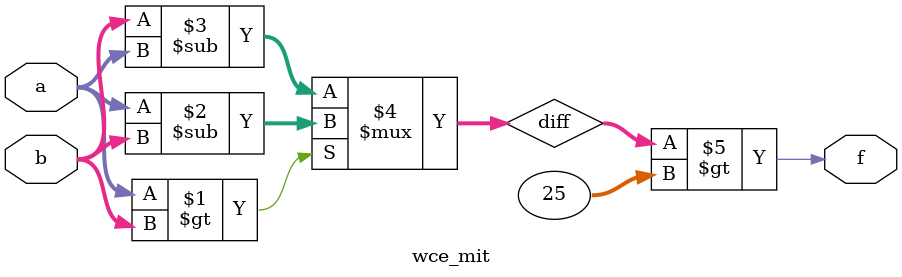
<source format=v>
module wce_mit(a, b, f);
parameter _bit = 8;
parameter wce = 25;
input [_bit - 1: 0] a;
input [_bit - 1: 0] b;
output f;
wire [_bit - 1: 0] diff;
assign diff = (a > b)? (a - b): (b - a);
assign f = (diff > wce);
endmodule

</source>
